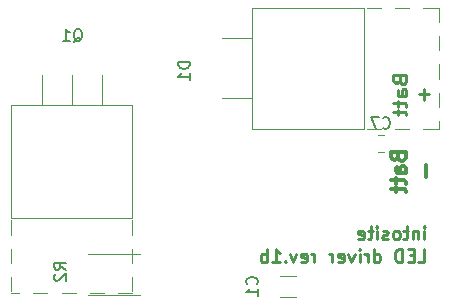
<source format=gbr>
%TF.GenerationSoftware,KiCad,Pcbnew,(5.1.9-0-10_14)*%
%TF.CreationDate,2021-03-06T23:30:08+08:00*%
%TF.ProjectId,xhp70-driver,78687037-302d-4647-9269-7665722e6b69,rev?*%
%TF.SameCoordinates,Original*%
%TF.FileFunction,Legend,Bot*%
%TF.FilePolarity,Positive*%
%FSLAX46Y46*%
G04 Gerber Fmt 4.6, Leading zero omitted, Abs format (unit mm)*
G04 Created by KiCad (PCBNEW (5.1.9-0-10_14)) date 2021-03-06 23:30:08*
%MOMM*%
%LPD*%
G01*
G04 APERTURE LIST*
%ADD10C,0.275000*%
%ADD11C,0.312500*%
%ADD12C,0.120000*%
%ADD13C,0.150000*%
G04 APERTURE END LIST*
D10*
X153309345Y-71035119D02*
X153309345Y-70301785D01*
X153309345Y-69935119D02*
X153361726Y-69987500D01*
X153309345Y-70039880D01*
X153256964Y-69987500D01*
X153309345Y-69935119D01*
X153309345Y-70039880D01*
X152785535Y-70301785D02*
X152785535Y-71035119D01*
X152785535Y-70406547D02*
X152733154Y-70354166D01*
X152628392Y-70301785D01*
X152471250Y-70301785D01*
X152366488Y-70354166D01*
X152314107Y-70458928D01*
X152314107Y-71035119D01*
X151947440Y-70301785D02*
X151528392Y-70301785D01*
X151790297Y-69935119D02*
X151790297Y-70877976D01*
X151737916Y-70982738D01*
X151633154Y-71035119D01*
X151528392Y-71035119D01*
X151004583Y-71035119D02*
X151109345Y-70982738D01*
X151161726Y-70930357D01*
X151214107Y-70825595D01*
X151214107Y-70511309D01*
X151161726Y-70406547D01*
X151109345Y-70354166D01*
X151004583Y-70301785D01*
X150847440Y-70301785D01*
X150742678Y-70354166D01*
X150690297Y-70406547D01*
X150637916Y-70511309D01*
X150637916Y-70825595D01*
X150690297Y-70930357D01*
X150742678Y-70982738D01*
X150847440Y-71035119D01*
X151004583Y-71035119D01*
X150218869Y-70982738D02*
X150114107Y-71035119D01*
X149904583Y-71035119D01*
X149799821Y-70982738D01*
X149747440Y-70877976D01*
X149747440Y-70825595D01*
X149799821Y-70720833D01*
X149904583Y-70668452D01*
X150061726Y-70668452D01*
X150166488Y-70616071D01*
X150218869Y-70511309D01*
X150218869Y-70458928D01*
X150166488Y-70354166D01*
X150061726Y-70301785D01*
X149904583Y-70301785D01*
X149799821Y-70354166D01*
X149276011Y-71035119D02*
X149276011Y-70301785D01*
X149276011Y-69935119D02*
X149328392Y-69987500D01*
X149276011Y-70039880D01*
X149223630Y-69987500D01*
X149276011Y-69935119D01*
X149276011Y-70039880D01*
X148909345Y-70301785D02*
X148490297Y-70301785D01*
X148752202Y-69935119D02*
X148752202Y-70877976D01*
X148699821Y-70982738D01*
X148595059Y-71035119D01*
X148490297Y-71035119D01*
X147704583Y-70982738D02*
X147809345Y-71035119D01*
X148018869Y-71035119D01*
X148123630Y-70982738D01*
X148176011Y-70877976D01*
X148176011Y-70458928D01*
X148123630Y-70354166D01*
X148018869Y-70301785D01*
X147809345Y-70301785D01*
X147704583Y-70354166D01*
X147652202Y-70458928D01*
X147652202Y-70563690D01*
X148176011Y-70668452D01*
X152785535Y-72960119D02*
X153309345Y-72960119D01*
X153309345Y-71860119D01*
X152418869Y-72383928D02*
X152052202Y-72383928D01*
X151895059Y-72960119D02*
X152418869Y-72960119D01*
X152418869Y-71860119D01*
X151895059Y-71860119D01*
X151423630Y-72960119D02*
X151423630Y-71860119D01*
X151161726Y-71860119D01*
X151004583Y-71912500D01*
X150899821Y-72017261D01*
X150847440Y-72122023D01*
X150795059Y-72331547D01*
X150795059Y-72488690D01*
X150847440Y-72698214D01*
X150899821Y-72802976D01*
X151004583Y-72907738D01*
X151161726Y-72960119D01*
X151423630Y-72960119D01*
X149014107Y-72960119D02*
X149014107Y-71860119D01*
X149014107Y-72907738D02*
X149118869Y-72960119D01*
X149328392Y-72960119D01*
X149433154Y-72907738D01*
X149485535Y-72855357D01*
X149537916Y-72750595D01*
X149537916Y-72436309D01*
X149485535Y-72331547D01*
X149433154Y-72279166D01*
X149328392Y-72226785D01*
X149118869Y-72226785D01*
X149014107Y-72279166D01*
X148490297Y-72960119D02*
X148490297Y-72226785D01*
X148490297Y-72436309D02*
X148437916Y-72331547D01*
X148385535Y-72279166D01*
X148280773Y-72226785D01*
X148176011Y-72226785D01*
X147809345Y-72960119D02*
X147809345Y-72226785D01*
X147809345Y-71860119D02*
X147861726Y-71912500D01*
X147809345Y-71964880D01*
X147756964Y-71912500D01*
X147809345Y-71860119D01*
X147809345Y-71964880D01*
X147390297Y-72226785D02*
X147128392Y-72960119D01*
X146866488Y-72226785D01*
X146028392Y-72907738D02*
X146133154Y-72960119D01*
X146342678Y-72960119D01*
X146447440Y-72907738D01*
X146499821Y-72802976D01*
X146499821Y-72383928D01*
X146447440Y-72279166D01*
X146342678Y-72226785D01*
X146133154Y-72226785D01*
X146028392Y-72279166D01*
X145976011Y-72383928D01*
X145976011Y-72488690D01*
X146499821Y-72593452D01*
X145504583Y-72960119D02*
X145504583Y-72226785D01*
X145504583Y-72436309D02*
X145452202Y-72331547D01*
X145399821Y-72279166D01*
X145295059Y-72226785D01*
X145190297Y-72226785D01*
X143985535Y-72960119D02*
X143985535Y-72226785D01*
X143985535Y-72436309D02*
X143933154Y-72331547D01*
X143880773Y-72279166D01*
X143776011Y-72226785D01*
X143671250Y-72226785D01*
X142885535Y-72907738D02*
X142990297Y-72960119D01*
X143199821Y-72960119D01*
X143304583Y-72907738D01*
X143356964Y-72802976D01*
X143356964Y-72383928D01*
X143304583Y-72279166D01*
X143199821Y-72226785D01*
X142990297Y-72226785D01*
X142885535Y-72279166D01*
X142833154Y-72383928D01*
X142833154Y-72488690D01*
X143356964Y-72593452D01*
X142466488Y-72226785D02*
X142204583Y-72960119D01*
X141942678Y-72226785D01*
X141523630Y-72855357D02*
X141471250Y-72907738D01*
X141523630Y-72960119D01*
X141576011Y-72907738D01*
X141523630Y-72855357D01*
X141523630Y-72960119D01*
X140423630Y-72960119D02*
X141052202Y-72960119D01*
X140737916Y-72960119D02*
X140737916Y-71860119D01*
X140842678Y-72017261D01*
X140947440Y-72122023D01*
X141052202Y-72174404D01*
X139952202Y-72960119D02*
X139952202Y-71860119D01*
X139952202Y-72279166D02*
X139847440Y-72226785D01*
X139637916Y-72226785D01*
X139533154Y-72279166D01*
X139480773Y-72331547D01*
X139428392Y-72436309D01*
X139428392Y-72750595D01*
X139480773Y-72855357D01*
X139533154Y-72907738D01*
X139637916Y-72960119D01*
X139847440Y-72960119D01*
X139952202Y-72907738D01*
D11*
X151066964Y-64059523D02*
X151126488Y-64238095D01*
X151186011Y-64297619D01*
X151305059Y-64357142D01*
X151483630Y-64357142D01*
X151602678Y-64297619D01*
X151662202Y-64238095D01*
X151721726Y-64119047D01*
X151721726Y-63642857D01*
X150471726Y-63642857D01*
X150471726Y-64059523D01*
X150531250Y-64178571D01*
X150590773Y-64238095D01*
X150709821Y-64297619D01*
X150828869Y-64297619D01*
X150947916Y-64238095D01*
X151007440Y-64178571D01*
X151066964Y-64059523D01*
X151066964Y-63642857D01*
X151721726Y-65428571D02*
X151066964Y-65428571D01*
X150947916Y-65369047D01*
X150888392Y-65250000D01*
X150888392Y-65011904D01*
X150947916Y-64892857D01*
X151662202Y-65428571D02*
X151721726Y-65309523D01*
X151721726Y-65011904D01*
X151662202Y-64892857D01*
X151543154Y-64833333D01*
X151424107Y-64833333D01*
X151305059Y-64892857D01*
X151245535Y-65011904D01*
X151245535Y-65309523D01*
X151186011Y-65428571D01*
X150888392Y-65845238D02*
X150888392Y-66321428D01*
X150471726Y-66023809D02*
X151543154Y-66023809D01*
X151662202Y-66083333D01*
X151721726Y-66202380D01*
X151721726Y-66321428D01*
X150888392Y-66559523D02*
X150888392Y-67035714D01*
X150471726Y-66738095D02*
X151543154Y-66738095D01*
X151662202Y-66797619D01*
X151721726Y-66916666D01*
X151721726Y-67035714D01*
X153433035Y-64773809D02*
X153433035Y-65726190D01*
D10*
X151208928Y-57559523D02*
X151261309Y-57738095D01*
X151313690Y-57797619D01*
X151418452Y-57857142D01*
X151575595Y-57857142D01*
X151680357Y-57797619D01*
X151732738Y-57738095D01*
X151785119Y-57619047D01*
X151785119Y-57142857D01*
X150685119Y-57142857D01*
X150685119Y-57559523D01*
X150737500Y-57678571D01*
X150789880Y-57738095D01*
X150894642Y-57797619D01*
X150999404Y-57797619D01*
X151104166Y-57738095D01*
X151156547Y-57678571D01*
X151208928Y-57559523D01*
X151208928Y-57142857D01*
X151785119Y-58928571D02*
X151208928Y-58928571D01*
X151104166Y-58869047D01*
X151051785Y-58750000D01*
X151051785Y-58511904D01*
X151104166Y-58392857D01*
X151732738Y-58928571D02*
X151785119Y-58809523D01*
X151785119Y-58511904D01*
X151732738Y-58392857D01*
X151627976Y-58333333D01*
X151523214Y-58333333D01*
X151418452Y-58392857D01*
X151366071Y-58511904D01*
X151366071Y-58809523D01*
X151313690Y-58928571D01*
X151051785Y-59345238D02*
X151051785Y-59821428D01*
X150685119Y-59523809D02*
X151627976Y-59523809D01*
X151732738Y-59583333D01*
X151785119Y-59702380D01*
X151785119Y-59821428D01*
X151051785Y-60059523D02*
X151051785Y-60535714D01*
X150685119Y-60238095D02*
X151627976Y-60238095D01*
X151732738Y-60297619D01*
X151785119Y-60416666D01*
X151785119Y-60535714D01*
X153291071Y-58273809D02*
X153291071Y-59226190D01*
X153710119Y-58750000D02*
X152872023Y-58750000D01*
D12*
%TO.C,C7*%
X149861252Y-63635000D02*
X149338748Y-63635000D01*
X149861252Y-62165000D02*
X149338748Y-62165000D01*
%TO.C,Q1*%
X128580000Y-59690000D02*
X118340000Y-59690000D01*
X128580000Y-69180000D02*
X118340000Y-69180000D01*
X128580000Y-59690000D02*
X128580000Y-69180000D01*
X118340000Y-59690000D02*
X118340000Y-69180000D01*
X128580000Y-75580000D02*
X127380000Y-75580000D01*
X126181000Y-75580000D02*
X124980000Y-75580000D01*
X123780000Y-75580000D02*
X122580000Y-75580000D01*
X121380000Y-75580000D02*
X120180000Y-75580000D01*
X118980000Y-75580000D02*
X118340000Y-75580000D01*
X128580000Y-69420000D02*
X128580000Y-70620000D01*
X128580000Y-71820000D02*
X128580000Y-73020000D01*
X128580000Y-74220000D02*
X128580000Y-75420000D01*
X118340000Y-69420000D02*
X118340000Y-70620000D01*
X118340000Y-71820000D02*
X118340000Y-73020000D01*
X118340000Y-74220000D02*
X118340000Y-75420000D01*
X126000000Y-57150000D02*
X126000000Y-59690000D01*
X123460000Y-57150000D02*
X123460000Y-59690000D01*
X120920000Y-57150000D02*
X120920000Y-59690000D01*
%TO.C,D1*%
X138690000Y-51420000D02*
X138690000Y-61660000D01*
X148180000Y-51420000D02*
X148180000Y-61660000D01*
X138690000Y-51420000D02*
X148180000Y-51420000D01*
X138690000Y-61660000D02*
X148180000Y-61660000D01*
X154580000Y-51420000D02*
X154580000Y-52620000D01*
X154580000Y-53819000D02*
X154580000Y-55020000D01*
X154580000Y-56220000D02*
X154580000Y-57420000D01*
X154580000Y-58620000D02*
X154580000Y-59820000D01*
X154580000Y-61020000D02*
X154580000Y-61660000D01*
X148420000Y-51420000D02*
X149620000Y-51420000D01*
X150820000Y-51420000D02*
X152020000Y-51420000D01*
X153220000Y-51420000D02*
X154420000Y-51420000D01*
X148420000Y-61660000D02*
X149620000Y-61660000D01*
X150820000Y-61660000D02*
X152020000Y-61660000D01*
X153220000Y-61660000D02*
X154420000Y-61660000D01*
X136150000Y-54000000D02*
X138690000Y-54000000D01*
X136165000Y-59080000D02*
X138690000Y-59080000D01*
%TO.C,R2*%
X129214564Y-75710000D02*
X124860436Y-75710000D01*
X129214564Y-72290000D02*
X124860436Y-72290000D01*
%TO.C,C1*%
X141038748Y-74090000D02*
X142461252Y-74090000D01*
X141038748Y-75910000D02*
X142461252Y-75910000D01*
%TO.C,C7*%
D13*
X149766666Y-61577142D02*
X149814285Y-61624761D01*
X149957142Y-61672380D01*
X150052380Y-61672380D01*
X150195238Y-61624761D01*
X150290476Y-61529523D01*
X150338095Y-61434285D01*
X150385714Y-61243809D01*
X150385714Y-61100952D01*
X150338095Y-60910476D01*
X150290476Y-60815238D01*
X150195238Y-60720000D01*
X150052380Y-60672380D01*
X149957142Y-60672380D01*
X149814285Y-60720000D01*
X149766666Y-60767619D01*
X149433333Y-60672380D02*
X148766666Y-60672380D01*
X149195238Y-61672380D01*
%TO.C,Q1*%
X123595238Y-54297619D02*
X123690476Y-54250000D01*
X123785714Y-54154761D01*
X123928571Y-54011904D01*
X124023809Y-53964285D01*
X124119047Y-53964285D01*
X124071428Y-54202380D02*
X124166666Y-54154761D01*
X124261904Y-54059523D01*
X124309523Y-53869047D01*
X124309523Y-53535714D01*
X124261904Y-53345238D01*
X124166666Y-53250000D01*
X124071428Y-53202380D01*
X123880952Y-53202380D01*
X123785714Y-53250000D01*
X123690476Y-53345238D01*
X123642857Y-53535714D01*
X123642857Y-53869047D01*
X123690476Y-54059523D01*
X123785714Y-54154761D01*
X123880952Y-54202380D01*
X124071428Y-54202380D01*
X122690476Y-54202380D02*
X123261904Y-54202380D01*
X122976190Y-54202380D02*
X122976190Y-53202380D01*
X123071428Y-53345238D01*
X123166666Y-53440476D01*
X123261904Y-53488095D01*
%TO.C,D1*%
X133452380Y-56011904D02*
X132452380Y-56011904D01*
X132452380Y-56250000D01*
X132500000Y-56392857D01*
X132595238Y-56488095D01*
X132690476Y-56535714D01*
X132880952Y-56583333D01*
X133023809Y-56583333D01*
X133214285Y-56535714D01*
X133309523Y-56488095D01*
X133404761Y-56392857D01*
X133452380Y-56250000D01*
X133452380Y-56011904D01*
X133452380Y-57535714D02*
X133452380Y-56964285D01*
X133452380Y-57250000D02*
X132452380Y-57250000D01*
X132595238Y-57154761D01*
X132690476Y-57059523D01*
X132738095Y-56964285D01*
%TO.C,R2*%
X122952380Y-73583333D02*
X122476190Y-73250000D01*
X122952380Y-73011904D02*
X121952380Y-73011904D01*
X121952380Y-73392857D01*
X122000000Y-73488095D01*
X122047619Y-73535714D01*
X122142857Y-73583333D01*
X122285714Y-73583333D01*
X122380952Y-73535714D01*
X122428571Y-73488095D01*
X122476190Y-73392857D01*
X122476190Y-73011904D01*
X122047619Y-73964285D02*
X122000000Y-74011904D01*
X121952380Y-74107142D01*
X121952380Y-74345238D01*
X122000000Y-74440476D01*
X122047619Y-74488095D01*
X122142857Y-74535714D01*
X122238095Y-74535714D01*
X122380952Y-74488095D01*
X122952380Y-73916666D01*
X122952380Y-74535714D01*
%TO.C,C1*%
X139107142Y-74833333D02*
X139154761Y-74785714D01*
X139202380Y-74642857D01*
X139202380Y-74547619D01*
X139154761Y-74404761D01*
X139059523Y-74309523D01*
X138964285Y-74261904D01*
X138773809Y-74214285D01*
X138630952Y-74214285D01*
X138440476Y-74261904D01*
X138345238Y-74309523D01*
X138250000Y-74404761D01*
X138202380Y-74547619D01*
X138202380Y-74642857D01*
X138250000Y-74785714D01*
X138297619Y-74833333D01*
X139202380Y-75785714D02*
X139202380Y-75214285D01*
X139202380Y-75500000D02*
X138202380Y-75500000D01*
X138345238Y-75404761D01*
X138440476Y-75309523D01*
X138488095Y-75214285D01*
%TD*%
M02*

</source>
